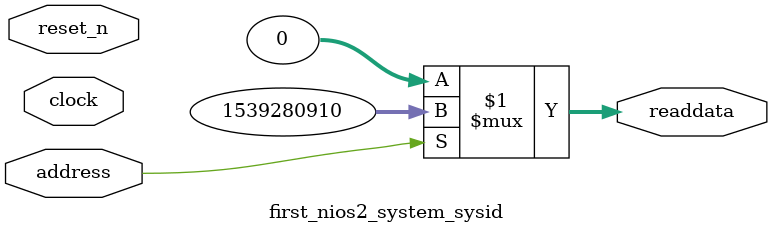
<source format=v>

`timescale 1ns / 1ps
// synthesis translate_on

// turn off superfluous verilog processor warnings 
// altera message_level Level1 
// altera message_off 10034 10035 10036 10037 10230 10240 10030 

module first_nios2_system_sysid (
               // inputs:
                address,
                clock,
                reset_n,

               // outputs:
                readdata
             )
;

  output  [ 31: 0] readdata;
  input            address;
  input            clock;
  input            reset_n;

  wire    [ 31: 0] readdata;
  //control_slave, which is an e_avalon_slave
  assign readdata = address ? 1539280910 : 0;

endmodule




</source>
